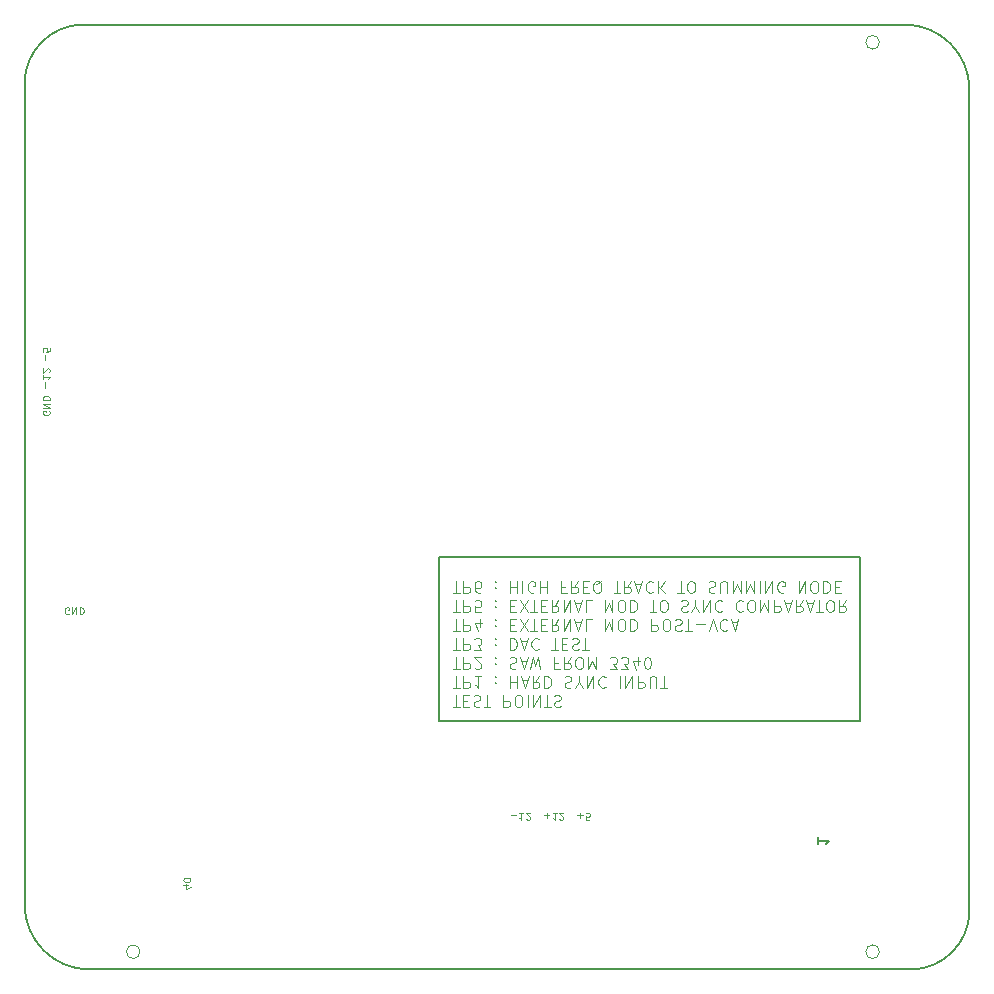
<source format=gbr>
G04 #@! TF.GenerationSoftware,KiCad,Pcbnew,(6.0.7-1)-1*
G04 #@! TF.CreationDate,2023-04-19T22:27:40-07:00*
G04 #@! TF.ProjectId,as3340,61733333-3430-42e6-9b69-6361645f7063,rev?*
G04 #@! TF.SameCoordinates,PX3d83120PY6590fa0*
G04 #@! TF.FileFunction,Legend,Bot*
G04 #@! TF.FilePolarity,Positive*
%FSLAX46Y46*%
G04 Gerber Fmt 4.6, Leading zero omitted, Abs format (unit mm)*
G04 Created by KiCad (PCBNEW (6.0.7-1)-1) date 2023-04-19 22:27:40*
%MOMM*%
%LPD*%
G01*
G04 APERTURE LIST*
%ADD10C,0.150000*%
G04 #@! TA.AperFunction,Profile*
%ADD11C,0.150000*%
G04 #@! TD*
G04 #@! TA.AperFunction,Profile*
%ADD12C,0.050000*%
G04 #@! TD*
%ADD13C,0.090000*%
G04 APERTURE END LIST*
D10*
X35600000Y22500000D02*
X71200000Y22500000D01*
X71200000Y22500000D02*
X71200000Y36400000D01*
X71200000Y36400000D02*
X35600000Y36400000D01*
X35600000Y36400000D02*
X35600000Y22500000D01*
D11*
X500000Y7000000D02*
G75*
G03*
X6000000Y1500000I5500000J0D01*
G01*
X75500000Y1500000D02*
G75*
G03*
X80500000Y6500000I0J5000000D01*
G01*
X75500000Y1500000D02*
X6000000Y1500000D01*
X5500000Y81500000D02*
G75*
G03*
X500000Y76500000I0J-5000000D01*
G01*
X80500000Y76000000D02*
G75*
G03*
X75000000Y81500000I-5500000J0D01*
G01*
X5500000Y81500000D02*
X75000000Y81500000D01*
X80500000Y6500000D02*
X80500000Y76000000D01*
X500000Y76500000D02*
X500000Y7000000D01*
D12*
X10276000Y3000000D02*
G75*
G03*
X10276000Y3000000I-576000J0D01*
G01*
X72876000Y80000000D02*
G75*
G03*
X72876000Y80000000I-576000J0D01*
G01*
X72876000Y3000000D02*
G75*
G03*
X72876000Y3000000I-576000J0D01*
G01*
D13*
X41685714Y14542858D02*
X42142857Y14542858D01*
X42742857Y14771429D02*
X42400000Y14771429D01*
X42571428Y14771429D02*
X42571428Y14171429D01*
X42514285Y14257143D01*
X42457142Y14314286D01*
X42400000Y14342858D01*
X42971428Y14228572D02*
X42999999Y14200000D01*
X43057142Y14171429D01*
X43199999Y14171429D01*
X43257142Y14200000D01*
X43285714Y14228572D01*
X43314285Y14285715D01*
X43314285Y14342858D01*
X43285714Y14428572D01*
X42942857Y14771429D01*
X43314285Y14771429D01*
X44485714Y14542858D02*
X44942857Y14542858D01*
X44714285Y14771429D02*
X44714285Y14314286D01*
X45542857Y14771429D02*
X45199999Y14771429D01*
X45371428Y14771429D02*
X45371428Y14171429D01*
X45314285Y14257143D01*
X45257142Y14314286D01*
X45199999Y14342858D01*
X45771428Y14228572D02*
X45799999Y14200000D01*
X45857142Y14171429D01*
X45999999Y14171429D01*
X46057142Y14200000D01*
X46085714Y14228572D01*
X46114285Y14285715D01*
X46114285Y14342858D01*
X46085714Y14428572D01*
X45742857Y14771429D01*
X46114285Y14771429D01*
X47285714Y14542858D02*
X47742857Y14542858D01*
X47514285Y14771429D02*
X47514285Y14314286D01*
X48314285Y14171429D02*
X48028571Y14171429D01*
X47999999Y14457143D01*
X48028571Y14428572D01*
X48085714Y14400000D01*
X48228571Y14400000D01*
X48285714Y14428572D01*
X48314285Y14457143D01*
X48342857Y14514286D01*
X48342857Y14657143D01*
X48314285Y14714286D01*
X48285714Y14742858D01*
X48228571Y14771429D01*
X48085714Y14771429D01*
X48028571Y14742858D01*
X47999999Y14714286D01*
X36753738Y23722381D02*
X37325166Y23722381D01*
X37039452Y24722381D02*
X37039452Y23722381D01*
X37658500Y24198572D02*
X37991833Y24198572D01*
X38134690Y24722381D02*
X37658500Y24722381D01*
X37658500Y23722381D01*
X38134690Y23722381D01*
X38515642Y24674762D02*
X38658500Y24722381D01*
X38896595Y24722381D01*
X38991833Y24674762D01*
X39039452Y24627143D01*
X39087071Y24531905D01*
X39087071Y24436667D01*
X39039452Y24341429D01*
X38991833Y24293810D01*
X38896595Y24246191D01*
X38706119Y24198572D01*
X38610880Y24150953D01*
X38563261Y24103334D01*
X38515642Y24008096D01*
X38515642Y23912858D01*
X38563261Y23817620D01*
X38610880Y23770000D01*
X38706119Y23722381D01*
X38944214Y23722381D01*
X39087071Y23770000D01*
X39372785Y23722381D02*
X39944214Y23722381D01*
X39658500Y24722381D02*
X39658500Y23722381D01*
X41039452Y24722381D02*
X41039452Y23722381D01*
X41420404Y23722381D01*
X41515642Y23770000D01*
X41563261Y23817620D01*
X41610880Y23912858D01*
X41610880Y24055715D01*
X41563261Y24150953D01*
X41515642Y24198572D01*
X41420404Y24246191D01*
X41039452Y24246191D01*
X42229928Y23722381D02*
X42420404Y23722381D01*
X42515642Y23770000D01*
X42610880Y23865239D01*
X42658500Y24055715D01*
X42658500Y24389048D01*
X42610880Y24579524D01*
X42515642Y24674762D01*
X42420404Y24722381D01*
X42229928Y24722381D01*
X42134690Y24674762D01*
X42039452Y24579524D01*
X41991833Y24389048D01*
X41991833Y24055715D01*
X42039452Y23865239D01*
X42134690Y23770000D01*
X42229928Y23722381D01*
X43087071Y24722381D02*
X43087071Y23722381D01*
X43563261Y24722381D02*
X43563261Y23722381D01*
X44134690Y24722381D01*
X44134690Y23722381D01*
X44468023Y23722381D02*
X45039452Y23722381D01*
X44753738Y24722381D02*
X44753738Y23722381D01*
X45325166Y24674762D02*
X45468023Y24722381D01*
X45706119Y24722381D01*
X45801357Y24674762D01*
X45848976Y24627143D01*
X45896595Y24531905D01*
X45896595Y24436667D01*
X45848976Y24341429D01*
X45801357Y24293810D01*
X45706119Y24246191D01*
X45515642Y24198572D01*
X45420404Y24150953D01*
X45372785Y24103334D01*
X45325166Y24008096D01*
X45325166Y23912858D01*
X45372785Y23817620D01*
X45420404Y23770000D01*
X45515642Y23722381D01*
X45753738Y23722381D01*
X45896595Y23770000D01*
X36753738Y25332381D02*
X37325166Y25332381D01*
X37039452Y26332381D02*
X37039452Y25332381D01*
X37658500Y26332381D02*
X37658500Y25332381D01*
X38039452Y25332381D01*
X38134690Y25380000D01*
X38182309Y25427620D01*
X38229928Y25522858D01*
X38229928Y25665715D01*
X38182309Y25760953D01*
X38134690Y25808572D01*
X38039452Y25856191D01*
X37658500Y25856191D01*
X39182309Y26332381D02*
X38610880Y26332381D01*
X38896595Y26332381D02*
X38896595Y25332381D01*
X38801357Y25475239D01*
X38706119Y25570477D01*
X38610880Y25618096D01*
X40372785Y26237143D02*
X40420404Y26284762D01*
X40372785Y26332381D01*
X40325166Y26284762D01*
X40372785Y26237143D01*
X40372785Y26332381D01*
X40372785Y25713334D02*
X40420404Y25760953D01*
X40372785Y25808572D01*
X40325166Y25760953D01*
X40372785Y25713334D01*
X40372785Y25808572D01*
X41610880Y26332381D02*
X41610880Y25332381D01*
X41610880Y25808572D02*
X42182309Y25808572D01*
X42182309Y26332381D02*
X42182309Y25332381D01*
X42610880Y26046667D02*
X43087071Y26046667D01*
X42515642Y26332381D02*
X42848976Y25332381D01*
X43182309Y26332381D01*
X44087071Y26332381D02*
X43753738Y25856191D01*
X43515642Y26332381D02*
X43515642Y25332381D01*
X43896595Y25332381D01*
X43991833Y25380000D01*
X44039452Y25427620D01*
X44087071Y25522858D01*
X44087071Y25665715D01*
X44039452Y25760953D01*
X43991833Y25808572D01*
X43896595Y25856191D01*
X43515642Y25856191D01*
X44515642Y26332381D02*
X44515642Y25332381D01*
X44753738Y25332381D01*
X44896595Y25380000D01*
X44991833Y25475239D01*
X45039452Y25570477D01*
X45087071Y25760953D01*
X45087071Y25903810D01*
X45039452Y26094286D01*
X44991833Y26189524D01*
X44896595Y26284762D01*
X44753738Y26332381D01*
X44515642Y26332381D01*
X46229928Y26284762D02*
X46372785Y26332381D01*
X46610880Y26332381D01*
X46706119Y26284762D01*
X46753738Y26237143D01*
X46801357Y26141905D01*
X46801357Y26046667D01*
X46753738Y25951429D01*
X46706119Y25903810D01*
X46610880Y25856191D01*
X46420404Y25808572D01*
X46325166Y25760953D01*
X46277547Y25713334D01*
X46229928Y25618096D01*
X46229928Y25522858D01*
X46277547Y25427620D01*
X46325166Y25380000D01*
X46420404Y25332381D01*
X46658499Y25332381D01*
X46801357Y25380000D01*
X47420404Y25856191D02*
X47420404Y26332381D01*
X47087071Y25332381D02*
X47420404Y25856191D01*
X47753738Y25332381D01*
X48087071Y26332381D02*
X48087071Y25332381D01*
X48658499Y26332381D01*
X48658499Y25332381D01*
X49706119Y26237143D02*
X49658499Y26284762D01*
X49515642Y26332381D01*
X49420404Y26332381D01*
X49277547Y26284762D01*
X49182309Y26189524D01*
X49134690Y26094286D01*
X49087071Y25903810D01*
X49087071Y25760953D01*
X49134690Y25570477D01*
X49182309Y25475239D01*
X49277547Y25380000D01*
X49420404Y25332381D01*
X49515642Y25332381D01*
X49658499Y25380000D01*
X49706119Y25427620D01*
X50896595Y26332381D02*
X50896595Y25332381D01*
X51372785Y26332381D02*
X51372785Y25332381D01*
X51944214Y26332381D01*
X51944214Y25332381D01*
X52420404Y26332381D02*
X52420404Y25332381D01*
X52801357Y25332381D01*
X52896595Y25380000D01*
X52944214Y25427620D01*
X52991833Y25522858D01*
X52991833Y25665715D01*
X52944214Y25760953D01*
X52896595Y25808572D01*
X52801357Y25856191D01*
X52420404Y25856191D01*
X53420404Y25332381D02*
X53420404Y26141905D01*
X53468023Y26237143D01*
X53515642Y26284762D01*
X53610880Y26332381D01*
X53801357Y26332381D01*
X53896595Y26284762D01*
X53944214Y26237143D01*
X53991833Y26141905D01*
X53991833Y25332381D01*
X54325166Y25332381D02*
X54896595Y25332381D01*
X54610880Y26332381D02*
X54610880Y25332381D01*
X36753738Y26942381D02*
X37325166Y26942381D01*
X37039452Y27942381D02*
X37039452Y26942381D01*
X37658500Y27942381D02*
X37658500Y26942381D01*
X38039452Y26942381D01*
X38134690Y26990000D01*
X38182309Y27037620D01*
X38229928Y27132858D01*
X38229928Y27275715D01*
X38182309Y27370953D01*
X38134690Y27418572D01*
X38039452Y27466191D01*
X37658500Y27466191D01*
X38610880Y27037620D02*
X38658500Y26990000D01*
X38753738Y26942381D01*
X38991833Y26942381D01*
X39087071Y26990000D01*
X39134690Y27037620D01*
X39182309Y27132858D01*
X39182309Y27228096D01*
X39134690Y27370953D01*
X38563261Y27942381D01*
X39182309Y27942381D01*
X40372785Y27847143D02*
X40420404Y27894762D01*
X40372785Y27942381D01*
X40325166Y27894762D01*
X40372785Y27847143D01*
X40372785Y27942381D01*
X40372785Y27323334D02*
X40420404Y27370953D01*
X40372785Y27418572D01*
X40325166Y27370953D01*
X40372785Y27323334D01*
X40372785Y27418572D01*
X41563261Y27894762D02*
X41706119Y27942381D01*
X41944214Y27942381D01*
X42039452Y27894762D01*
X42087071Y27847143D01*
X42134690Y27751905D01*
X42134690Y27656667D01*
X42087071Y27561429D01*
X42039452Y27513810D01*
X41944214Y27466191D01*
X41753738Y27418572D01*
X41658500Y27370953D01*
X41610880Y27323334D01*
X41563261Y27228096D01*
X41563261Y27132858D01*
X41610880Y27037620D01*
X41658500Y26990000D01*
X41753738Y26942381D01*
X41991833Y26942381D01*
X42134690Y26990000D01*
X42515642Y27656667D02*
X42991833Y27656667D01*
X42420404Y27942381D02*
X42753738Y26942381D01*
X43087071Y27942381D01*
X43325166Y26942381D02*
X43563261Y27942381D01*
X43753738Y27228096D01*
X43944214Y27942381D01*
X44182309Y26942381D01*
X45658499Y27418572D02*
X45325166Y27418572D01*
X45325166Y27942381D02*
X45325166Y26942381D01*
X45801357Y26942381D01*
X46753738Y27942381D02*
X46420404Y27466191D01*
X46182309Y27942381D02*
X46182309Y26942381D01*
X46563261Y26942381D01*
X46658499Y26990000D01*
X46706119Y27037620D01*
X46753738Y27132858D01*
X46753738Y27275715D01*
X46706119Y27370953D01*
X46658499Y27418572D01*
X46563261Y27466191D01*
X46182309Y27466191D01*
X47372785Y26942381D02*
X47563261Y26942381D01*
X47658499Y26990000D01*
X47753738Y27085239D01*
X47801357Y27275715D01*
X47801357Y27609048D01*
X47753738Y27799524D01*
X47658499Y27894762D01*
X47563261Y27942381D01*
X47372785Y27942381D01*
X47277547Y27894762D01*
X47182309Y27799524D01*
X47134690Y27609048D01*
X47134690Y27275715D01*
X47182309Y27085239D01*
X47277547Y26990000D01*
X47372785Y26942381D01*
X48229928Y27942381D02*
X48229928Y26942381D01*
X48563261Y27656667D01*
X48896595Y26942381D01*
X48896595Y27942381D01*
X50039452Y26942381D02*
X50658499Y26942381D01*
X50325166Y27323334D01*
X50468023Y27323334D01*
X50563261Y27370953D01*
X50610880Y27418572D01*
X50658499Y27513810D01*
X50658499Y27751905D01*
X50610880Y27847143D01*
X50563261Y27894762D01*
X50468023Y27942381D01*
X50182309Y27942381D01*
X50087071Y27894762D01*
X50039452Y27847143D01*
X50991833Y26942381D02*
X51610880Y26942381D01*
X51277547Y27323334D01*
X51420404Y27323334D01*
X51515642Y27370953D01*
X51563261Y27418572D01*
X51610880Y27513810D01*
X51610880Y27751905D01*
X51563261Y27847143D01*
X51515642Y27894762D01*
X51420404Y27942381D01*
X51134690Y27942381D01*
X51039452Y27894762D01*
X50991833Y27847143D01*
X52468023Y27275715D02*
X52468023Y27942381D01*
X52229928Y26894762D02*
X51991833Y27609048D01*
X52610880Y27609048D01*
X53182309Y26942381D02*
X53277547Y26942381D01*
X53372785Y26990000D01*
X53420404Y27037620D01*
X53468023Y27132858D01*
X53515642Y27323334D01*
X53515642Y27561429D01*
X53468023Y27751905D01*
X53420404Y27847143D01*
X53372785Y27894762D01*
X53277547Y27942381D01*
X53182309Y27942381D01*
X53087071Y27894762D01*
X53039452Y27847143D01*
X52991833Y27751905D01*
X52944214Y27561429D01*
X52944214Y27323334D01*
X52991833Y27132858D01*
X53039452Y27037620D01*
X53087071Y26990000D01*
X53182309Y26942381D01*
X36753738Y28552381D02*
X37325166Y28552381D01*
X37039452Y29552381D02*
X37039452Y28552381D01*
X37658500Y29552381D02*
X37658500Y28552381D01*
X38039452Y28552381D01*
X38134690Y28600000D01*
X38182309Y28647620D01*
X38229928Y28742858D01*
X38229928Y28885715D01*
X38182309Y28980953D01*
X38134690Y29028572D01*
X38039452Y29076191D01*
X37658500Y29076191D01*
X38563261Y28552381D02*
X39182309Y28552381D01*
X38848976Y28933334D01*
X38991833Y28933334D01*
X39087071Y28980953D01*
X39134690Y29028572D01*
X39182309Y29123810D01*
X39182309Y29361905D01*
X39134690Y29457143D01*
X39087071Y29504762D01*
X38991833Y29552381D01*
X38706119Y29552381D01*
X38610880Y29504762D01*
X38563261Y29457143D01*
X40372785Y29457143D02*
X40420404Y29504762D01*
X40372785Y29552381D01*
X40325166Y29504762D01*
X40372785Y29457143D01*
X40372785Y29552381D01*
X40372785Y28933334D02*
X40420404Y28980953D01*
X40372785Y29028572D01*
X40325166Y28980953D01*
X40372785Y28933334D01*
X40372785Y29028572D01*
X41610880Y29552381D02*
X41610880Y28552381D01*
X41848976Y28552381D01*
X41991833Y28600000D01*
X42087071Y28695239D01*
X42134690Y28790477D01*
X42182309Y28980953D01*
X42182309Y29123810D01*
X42134690Y29314286D01*
X42087071Y29409524D01*
X41991833Y29504762D01*
X41848976Y29552381D01*
X41610880Y29552381D01*
X42563261Y29266667D02*
X43039452Y29266667D01*
X42468023Y29552381D02*
X42801357Y28552381D01*
X43134690Y29552381D01*
X44039452Y29457143D02*
X43991833Y29504762D01*
X43848976Y29552381D01*
X43753738Y29552381D01*
X43610880Y29504762D01*
X43515642Y29409524D01*
X43468023Y29314286D01*
X43420404Y29123810D01*
X43420404Y28980953D01*
X43468023Y28790477D01*
X43515642Y28695239D01*
X43610880Y28600000D01*
X43753738Y28552381D01*
X43848976Y28552381D01*
X43991833Y28600000D01*
X44039452Y28647620D01*
X45087071Y28552381D02*
X45658500Y28552381D01*
X45372785Y29552381D02*
X45372785Y28552381D01*
X45991833Y29028572D02*
X46325166Y29028572D01*
X46468023Y29552381D02*
X45991833Y29552381D01*
X45991833Y28552381D01*
X46468023Y28552381D01*
X46848976Y29504762D02*
X46991833Y29552381D01*
X47229928Y29552381D01*
X47325166Y29504762D01*
X47372785Y29457143D01*
X47420404Y29361905D01*
X47420404Y29266667D01*
X47372785Y29171429D01*
X47325166Y29123810D01*
X47229928Y29076191D01*
X47039452Y29028572D01*
X46944214Y28980953D01*
X46896595Y28933334D01*
X46848976Y28838096D01*
X46848976Y28742858D01*
X46896595Y28647620D01*
X46944214Y28600000D01*
X47039452Y28552381D01*
X47277547Y28552381D01*
X47420404Y28600000D01*
X47706119Y28552381D02*
X48277547Y28552381D01*
X47991833Y29552381D02*
X47991833Y28552381D01*
X36753738Y30162381D02*
X37325166Y30162381D01*
X37039452Y31162381D02*
X37039452Y30162381D01*
X37658500Y31162381D02*
X37658500Y30162381D01*
X38039452Y30162381D01*
X38134690Y30210000D01*
X38182309Y30257620D01*
X38229928Y30352858D01*
X38229928Y30495715D01*
X38182309Y30590953D01*
X38134690Y30638572D01*
X38039452Y30686191D01*
X37658500Y30686191D01*
X39087071Y30495715D02*
X39087071Y31162381D01*
X38848976Y30114762D02*
X38610880Y30829048D01*
X39229928Y30829048D01*
X40372785Y31067143D02*
X40420404Y31114762D01*
X40372785Y31162381D01*
X40325166Y31114762D01*
X40372785Y31067143D01*
X40372785Y31162381D01*
X40372785Y30543334D02*
X40420404Y30590953D01*
X40372785Y30638572D01*
X40325166Y30590953D01*
X40372785Y30543334D01*
X40372785Y30638572D01*
X41610880Y30638572D02*
X41944214Y30638572D01*
X42087071Y31162381D02*
X41610880Y31162381D01*
X41610880Y30162381D01*
X42087071Y30162381D01*
X42420404Y30162381D02*
X43087071Y31162381D01*
X43087071Y30162381D02*
X42420404Y31162381D01*
X43325166Y30162381D02*
X43896595Y30162381D01*
X43610880Y31162381D02*
X43610880Y30162381D01*
X44229928Y30638572D02*
X44563261Y30638572D01*
X44706119Y31162381D02*
X44229928Y31162381D01*
X44229928Y30162381D01*
X44706119Y30162381D01*
X45706119Y31162381D02*
X45372785Y30686191D01*
X45134690Y31162381D02*
X45134690Y30162381D01*
X45515642Y30162381D01*
X45610880Y30210000D01*
X45658500Y30257620D01*
X45706119Y30352858D01*
X45706119Y30495715D01*
X45658500Y30590953D01*
X45610880Y30638572D01*
X45515642Y30686191D01*
X45134690Y30686191D01*
X46134690Y31162381D02*
X46134690Y30162381D01*
X46706119Y31162381D01*
X46706119Y30162381D01*
X47134690Y30876667D02*
X47610880Y30876667D01*
X47039452Y31162381D02*
X47372785Y30162381D01*
X47706119Y31162381D01*
X48515642Y31162381D02*
X48039452Y31162381D01*
X48039452Y30162381D01*
X49610880Y31162381D02*
X49610880Y30162381D01*
X49944214Y30876667D01*
X50277547Y30162381D01*
X50277547Y31162381D01*
X50944214Y30162381D02*
X51134690Y30162381D01*
X51229928Y30210000D01*
X51325166Y30305239D01*
X51372785Y30495715D01*
X51372785Y30829048D01*
X51325166Y31019524D01*
X51229928Y31114762D01*
X51134690Y31162381D01*
X50944214Y31162381D01*
X50848976Y31114762D01*
X50753738Y31019524D01*
X50706119Y30829048D01*
X50706119Y30495715D01*
X50753738Y30305239D01*
X50848976Y30210000D01*
X50944214Y30162381D01*
X51801357Y31162381D02*
X51801357Y30162381D01*
X52039452Y30162381D01*
X52182309Y30210000D01*
X52277547Y30305239D01*
X52325166Y30400477D01*
X52372785Y30590953D01*
X52372785Y30733810D01*
X52325166Y30924286D01*
X52277547Y31019524D01*
X52182309Y31114762D01*
X52039452Y31162381D01*
X51801357Y31162381D01*
X53563261Y31162381D02*
X53563261Y30162381D01*
X53944214Y30162381D01*
X54039452Y30210000D01*
X54087071Y30257620D01*
X54134690Y30352858D01*
X54134690Y30495715D01*
X54087071Y30590953D01*
X54039452Y30638572D01*
X53944214Y30686191D01*
X53563261Y30686191D01*
X54753738Y30162381D02*
X54944214Y30162381D01*
X55039452Y30210000D01*
X55134690Y30305239D01*
X55182309Y30495715D01*
X55182309Y30829048D01*
X55134690Y31019524D01*
X55039452Y31114762D01*
X54944214Y31162381D01*
X54753738Y31162381D01*
X54658500Y31114762D01*
X54563261Y31019524D01*
X54515642Y30829048D01*
X54515642Y30495715D01*
X54563261Y30305239D01*
X54658500Y30210000D01*
X54753738Y30162381D01*
X55563261Y31114762D02*
X55706119Y31162381D01*
X55944214Y31162381D01*
X56039452Y31114762D01*
X56087071Y31067143D01*
X56134690Y30971905D01*
X56134690Y30876667D01*
X56087071Y30781429D01*
X56039452Y30733810D01*
X55944214Y30686191D01*
X55753738Y30638572D01*
X55658500Y30590953D01*
X55610880Y30543334D01*
X55563261Y30448096D01*
X55563261Y30352858D01*
X55610880Y30257620D01*
X55658500Y30210000D01*
X55753738Y30162381D01*
X55991833Y30162381D01*
X56134690Y30210000D01*
X56420404Y30162381D02*
X56991833Y30162381D01*
X56706119Y31162381D02*
X56706119Y30162381D01*
X57325166Y30781429D02*
X58087071Y30781429D01*
X58420404Y30162381D02*
X58753738Y31162381D01*
X59087071Y30162381D01*
X59991833Y31067143D02*
X59944214Y31114762D01*
X59801357Y31162381D01*
X59706119Y31162381D01*
X59563261Y31114762D01*
X59468023Y31019524D01*
X59420404Y30924286D01*
X59372785Y30733810D01*
X59372785Y30590953D01*
X59420404Y30400477D01*
X59468023Y30305239D01*
X59563261Y30210000D01*
X59706119Y30162381D01*
X59801357Y30162381D01*
X59944214Y30210000D01*
X59991833Y30257620D01*
X60372785Y30876667D02*
X60848976Y30876667D01*
X60277547Y31162381D02*
X60610880Y30162381D01*
X60944214Y31162381D01*
X36753738Y31772381D02*
X37325166Y31772381D01*
X37039452Y32772381D02*
X37039452Y31772381D01*
X37658500Y32772381D02*
X37658500Y31772381D01*
X38039452Y31772381D01*
X38134690Y31820000D01*
X38182309Y31867620D01*
X38229928Y31962858D01*
X38229928Y32105715D01*
X38182309Y32200953D01*
X38134690Y32248572D01*
X38039452Y32296191D01*
X37658500Y32296191D01*
X39134690Y31772381D02*
X38658500Y31772381D01*
X38610880Y32248572D01*
X38658500Y32200953D01*
X38753738Y32153334D01*
X38991833Y32153334D01*
X39087071Y32200953D01*
X39134690Y32248572D01*
X39182309Y32343810D01*
X39182309Y32581905D01*
X39134690Y32677143D01*
X39087071Y32724762D01*
X38991833Y32772381D01*
X38753738Y32772381D01*
X38658500Y32724762D01*
X38610880Y32677143D01*
X40372785Y32677143D02*
X40420404Y32724762D01*
X40372785Y32772381D01*
X40325166Y32724762D01*
X40372785Y32677143D01*
X40372785Y32772381D01*
X40372785Y32153334D02*
X40420404Y32200953D01*
X40372785Y32248572D01*
X40325166Y32200953D01*
X40372785Y32153334D01*
X40372785Y32248572D01*
X41610880Y32248572D02*
X41944214Y32248572D01*
X42087071Y32772381D02*
X41610880Y32772381D01*
X41610880Y31772381D01*
X42087071Y31772381D01*
X42420404Y31772381D02*
X43087071Y32772381D01*
X43087071Y31772381D02*
X42420404Y32772381D01*
X43325166Y31772381D02*
X43896595Y31772381D01*
X43610880Y32772381D02*
X43610880Y31772381D01*
X44229928Y32248572D02*
X44563261Y32248572D01*
X44706119Y32772381D02*
X44229928Y32772381D01*
X44229928Y31772381D01*
X44706119Y31772381D01*
X45706119Y32772381D02*
X45372785Y32296191D01*
X45134690Y32772381D02*
X45134690Y31772381D01*
X45515642Y31772381D01*
X45610880Y31820000D01*
X45658499Y31867620D01*
X45706119Y31962858D01*
X45706119Y32105715D01*
X45658499Y32200953D01*
X45610880Y32248572D01*
X45515642Y32296191D01*
X45134690Y32296191D01*
X46134690Y32772381D02*
X46134690Y31772381D01*
X46706119Y32772381D01*
X46706119Y31772381D01*
X47134690Y32486667D02*
X47610880Y32486667D01*
X47039452Y32772381D02*
X47372785Y31772381D01*
X47706119Y32772381D01*
X48515642Y32772381D02*
X48039452Y32772381D01*
X48039452Y31772381D01*
X49610880Y32772381D02*
X49610880Y31772381D01*
X49944214Y32486667D01*
X50277547Y31772381D01*
X50277547Y32772381D01*
X50944214Y31772381D02*
X51134690Y31772381D01*
X51229928Y31820000D01*
X51325166Y31915239D01*
X51372785Y32105715D01*
X51372785Y32439048D01*
X51325166Y32629524D01*
X51229928Y32724762D01*
X51134690Y32772381D01*
X50944214Y32772381D01*
X50848976Y32724762D01*
X50753738Y32629524D01*
X50706119Y32439048D01*
X50706119Y32105715D01*
X50753738Y31915239D01*
X50848976Y31820000D01*
X50944214Y31772381D01*
X51801357Y32772381D02*
X51801357Y31772381D01*
X52039452Y31772381D01*
X52182309Y31820000D01*
X52277547Y31915239D01*
X52325166Y32010477D01*
X52372785Y32200953D01*
X52372785Y32343810D01*
X52325166Y32534286D01*
X52277547Y32629524D01*
X52182309Y32724762D01*
X52039452Y32772381D01*
X51801357Y32772381D01*
X53420404Y31772381D02*
X53991833Y31772381D01*
X53706119Y32772381D02*
X53706119Y31772381D01*
X54515642Y31772381D02*
X54706119Y31772381D01*
X54801357Y31820000D01*
X54896595Y31915239D01*
X54944214Y32105715D01*
X54944214Y32439048D01*
X54896595Y32629524D01*
X54801357Y32724762D01*
X54706119Y32772381D01*
X54515642Y32772381D01*
X54420404Y32724762D01*
X54325166Y32629524D01*
X54277547Y32439048D01*
X54277547Y32105715D01*
X54325166Y31915239D01*
X54420404Y31820000D01*
X54515642Y31772381D01*
X56087071Y32724762D02*
X56229928Y32772381D01*
X56468023Y32772381D01*
X56563261Y32724762D01*
X56610880Y32677143D01*
X56658499Y32581905D01*
X56658499Y32486667D01*
X56610880Y32391429D01*
X56563261Y32343810D01*
X56468023Y32296191D01*
X56277547Y32248572D01*
X56182309Y32200953D01*
X56134690Y32153334D01*
X56087071Y32058096D01*
X56087071Y31962858D01*
X56134690Y31867620D01*
X56182309Y31820000D01*
X56277547Y31772381D01*
X56515642Y31772381D01*
X56658499Y31820000D01*
X57277547Y32296191D02*
X57277547Y32772381D01*
X56944214Y31772381D02*
X57277547Y32296191D01*
X57610880Y31772381D01*
X57944214Y32772381D02*
X57944214Y31772381D01*
X58515642Y32772381D01*
X58515642Y31772381D01*
X59563261Y32677143D02*
X59515642Y32724762D01*
X59372785Y32772381D01*
X59277547Y32772381D01*
X59134690Y32724762D01*
X59039452Y32629524D01*
X58991833Y32534286D01*
X58944214Y32343810D01*
X58944214Y32200953D01*
X58991833Y32010477D01*
X59039452Y31915239D01*
X59134690Y31820000D01*
X59277547Y31772381D01*
X59372785Y31772381D01*
X59515642Y31820000D01*
X59563261Y31867620D01*
X61325166Y32677143D02*
X61277547Y32724762D01*
X61134690Y32772381D01*
X61039452Y32772381D01*
X60896595Y32724762D01*
X60801357Y32629524D01*
X60753738Y32534286D01*
X60706119Y32343810D01*
X60706119Y32200953D01*
X60753738Y32010477D01*
X60801357Y31915239D01*
X60896595Y31820000D01*
X61039452Y31772381D01*
X61134690Y31772381D01*
X61277547Y31820000D01*
X61325166Y31867620D01*
X61944214Y31772381D02*
X62134690Y31772381D01*
X62229928Y31820000D01*
X62325166Y31915239D01*
X62372785Y32105715D01*
X62372785Y32439048D01*
X62325166Y32629524D01*
X62229928Y32724762D01*
X62134690Y32772381D01*
X61944214Y32772381D01*
X61848976Y32724762D01*
X61753738Y32629524D01*
X61706119Y32439048D01*
X61706119Y32105715D01*
X61753738Y31915239D01*
X61848976Y31820000D01*
X61944214Y31772381D01*
X62801357Y32772381D02*
X62801357Y31772381D01*
X63134690Y32486667D01*
X63468023Y31772381D01*
X63468023Y32772381D01*
X63944214Y32772381D02*
X63944214Y31772381D01*
X64325166Y31772381D01*
X64420404Y31820000D01*
X64468023Y31867620D01*
X64515642Y31962858D01*
X64515642Y32105715D01*
X64468023Y32200953D01*
X64420404Y32248572D01*
X64325166Y32296191D01*
X63944214Y32296191D01*
X64896595Y32486667D02*
X65372785Y32486667D01*
X64801357Y32772381D02*
X65134690Y31772381D01*
X65468023Y32772381D01*
X66372785Y32772381D02*
X66039452Y32296191D01*
X65801357Y32772381D02*
X65801357Y31772381D01*
X66182309Y31772381D01*
X66277547Y31820000D01*
X66325166Y31867620D01*
X66372785Y31962858D01*
X66372785Y32105715D01*
X66325166Y32200953D01*
X66277547Y32248572D01*
X66182309Y32296191D01*
X65801357Y32296191D01*
X66753738Y32486667D02*
X67229928Y32486667D01*
X66658499Y32772381D02*
X66991833Y31772381D01*
X67325166Y32772381D01*
X67515642Y31772381D02*
X68087071Y31772381D01*
X67801357Y32772381D02*
X67801357Y31772381D01*
X68610880Y31772381D02*
X68801357Y31772381D01*
X68896595Y31820000D01*
X68991833Y31915239D01*
X69039452Y32105715D01*
X69039452Y32439048D01*
X68991833Y32629524D01*
X68896595Y32724762D01*
X68801357Y32772381D01*
X68610880Y32772381D01*
X68515642Y32724762D01*
X68420404Y32629524D01*
X68372785Y32439048D01*
X68372785Y32105715D01*
X68420404Y31915239D01*
X68515642Y31820000D01*
X68610880Y31772381D01*
X70039452Y32772381D02*
X69706119Y32296191D01*
X69468023Y32772381D02*
X69468023Y31772381D01*
X69848976Y31772381D01*
X69944214Y31820000D01*
X69991833Y31867620D01*
X70039452Y31962858D01*
X70039452Y32105715D01*
X69991833Y32200953D01*
X69944214Y32248572D01*
X69848976Y32296191D01*
X69468023Y32296191D01*
X36753738Y33382381D02*
X37325166Y33382381D01*
X37039452Y34382381D02*
X37039452Y33382381D01*
X37658500Y34382381D02*
X37658500Y33382381D01*
X38039452Y33382381D01*
X38134690Y33430000D01*
X38182309Y33477620D01*
X38229928Y33572858D01*
X38229928Y33715715D01*
X38182309Y33810953D01*
X38134690Y33858572D01*
X38039452Y33906191D01*
X37658500Y33906191D01*
X39087071Y33382381D02*
X38896595Y33382381D01*
X38801357Y33430000D01*
X38753738Y33477620D01*
X38658500Y33620477D01*
X38610880Y33810953D01*
X38610880Y34191905D01*
X38658500Y34287143D01*
X38706119Y34334762D01*
X38801357Y34382381D01*
X38991833Y34382381D01*
X39087071Y34334762D01*
X39134690Y34287143D01*
X39182309Y34191905D01*
X39182309Y33953810D01*
X39134690Y33858572D01*
X39087071Y33810953D01*
X38991833Y33763334D01*
X38801357Y33763334D01*
X38706119Y33810953D01*
X38658500Y33858572D01*
X38610880Y33953810D01*
X40372785Y34287143D02*
X40420404Y34334762D01*
X40372785Y34382381D01*
X40325166Y34334762D01*
X40372785Y34287143D01*
X40372785Y34382381D01*
X40372785Y33763334D02*
X40420404Y33810953D01*
X40372785Y33858572D01*
X40325166Y33810953D01*
X40372785Y33763334D01*
X40372785Y33858572D01*
X41610880Y34382381D02*
X41610880Y33382381D01*
X41610880Y33858572D02*
X42182309Y33858572D01*
X42182309Y34382381D02*
X42182309Y33382381D01*
X42658500Y34382381D02*
X42658500Y33382381D01*
X43658500Y33430000D02*
X43563261Y33382381D01*
X43420404Y33382381D01*
X43277547Y33430000D01*
X43182309Y33525239D01*
X43134690Y33620477D01*
X43087071Y33810953D01*
X43087071Y33953810D01*
X43134690Y34144286D01*
X43182309Y34239524D01*
X43277547Y34334762D01*
X43420404Y34382381D01*
X43515642Y34382381D01*
X43658500Y34334762D01*
X43706119Y34287143D01*
X43706119Y33953810D01*
X43515642Y33953810D01*
X44134690Y34382381D02*
X44134690Y33382381D01*
X44134690Y33858572D02*
X44706119Y33858572D01*
X44706119Y34382381D02*
X44706119Y33382381D01*
X46277547Y33858572D02*
X45944214Y33858572D01*
X45944214Y34382381D02*
X45944214Y33382381D01*
X46420404Y33382381D01*
X47372785Y34382381D02*
X47039452Y33906191D01*
X46801357Y34382381D02*
X46801357Y33382381D01*
X47182309Y33382381D01*
X47277547Y33430000D01*
X47325166Y33477620D01*
X47372785Y33572858D01*
X47372785Y33715715D01*
X47325166Y33810953D01*
X47277547Y33858572D01*
X47182309Y33906191D01*
X46801357Y33906191D01*
X47801357Y33858572D02*
X48134690Y33858572D01*
X48277547Y34382381D02*
X47801357Y34382381D01*
X47801357Y33382381D01*
X48277547Y33382381D01*
X49372785Y34477620D02*
X49277547Y34430000D01*
X49182309Y34334762D01*
X49039452Y34191905D01*
X48944214Y34144286D01*
X48848976Y34144286D01*
X48896595Y34382381D02*
X48801357Y34334762D01*
X48706119Y34239524D01*
X48658500Y34049048D01*
X48658500Y33715715D01*
X48706119Y33525239D01*
X48801357Y33430000D01*
X48896595Y33382381D01*
X49087071Y33382381D01*
X49182309Y33430000D01*
X49277547Y33525239D01*
X49325166Y33715715D01*
X49325166Y34049048D01*
X49277547Y34239524D01*
X49182309Y34334762D01*
X49087071Y34382381D01*
X48896595Y34382381D01*
X50372785Y33382381D02*
X50944214Y33382381D01*
X50658500Y34382381D02*
X50658500Y33382381D01*
X51848976Y34382381D02*
X51515642Y33906191D01*
X51277547Y34382381D02*
X51277547Y33382381D01*
X51658500Y33382381D01*
X51753738Y33430000D01*
X51801357Y33477620D01*
X51848976Y33572858D01*
X51848976Y33715715D01*
X51801357Y33810953D01*
X51753738Y33858572D01*
X51658500Y33906191D01*
X51277547Y33906191D01*
X52229928Y34096667D02*
X52706119Y34096667D01*
X52134690Y34382381D02*
X52468023Y33382381D01*
X52801357Y34382381D01*
X53706119Y34287143D02*
X53658500Y34334762D01*
X53515642Y34382381D01*
X53420404Y34382381D01*
X53277547Y34334762D01*
X53182309Y34239524D01*
X53134690Y34144286D01*
X53087071Y33953810D01*
X53087071Y33810953D01*
X53134690Y33620477D01*
X53182309Y33525239D01*
X53277547Y33430000D01*
X53420404Y33382381D01*
X53515642Y33382381D01*
X53658500Y33430000D01*
X53706119Y33477620D01*
X54134690Y34382381D02*
X54134690Y33382381D01*
X54706119Y34382381D02*
X54277547Y33810953D01*
X54706119Y33382381D02*
X54134690Y33953810D01*
X55753738Y33382381D02*
X56325166Y33382381D01*
X56039452Y34382381D02*
X56039452Y33382381D01*
X56848976Y33382381D02*
X57039452Y33382381D01*
X57134690Y33430000D01*
X57229928Y33525239D01*
X57277547Y33715715D01*
X57277547Y34049048D01*
X57229928Y34239524D01*
X57134690Y34334762D01*
X57039452Y34382381D01*
X56848976Y34382381D01*
X56753738Y34334762D01*
X56658500Y34239524D01*
X56610880Y34049048D01*
X56610880Y33715715D01*
X56658500Y33525239D01*
X56753738Y33430000D01*
X56848976Y33382381D01*
X58420404Y34334762D02*
X58563261Y34382381D01*
X58801357Y34382381D01*
X58896595Y34334762D01*
X58944214Y34287143D01*
X58991833Y34191905D01*
X58991833Y34096667D01*
X58944214Y34001429D01*
X58896595Y33953810D01*
X58801357Y33906191D01*
X58610880Y33858572D01*
X58515642Y33810953D01*
X58468023Y33763334D01*
X58420404Y33668096D01*
X58420404Y33572858D01*
X58468023Y33477620D01*
X58515642Y33430000D01*
X58610880Y33382381D01*
X58848976Y33382381D01*
X58991833Y33430000D01*
X59420404Y33382381D02*
X59420404Y34191905D01*
X59468023Y34287143D01*
X59515642Y34334762D01*
X59610880Y34382381D01*
X59801357Y34382381D01*
X59896595Y34334762D01*
X59944214Y34287143D01*
X59991833Y34191905D01*
X59991833Y33382381D01*
X60468023Y34382381D02*
X60468023Y33382381D01*
X60801357Y34096667D01*
X61134690Y33382381D01*
X61134690Y34382381D01*
X61610880Y34382381D02*
X61610880Y33382381D01*
X61944214Y34096667D01*
X62277547Y33382381D01*
X62277547Y34382381D01*
X62753738Y34382381D02*
X62753738Y33382381D01*
X63229928Y34382381D02*
X63229928Y33382381D01*
X63801357Y34382381D01*
X63801357Y33382381D01*
X64801357Y33430000D02*
X64706119Y33382381D01*
X64563261Y33382381D01*
X64420404Y33430000D01*
X64325166Y33525239D01*
X64277547Y33620477D01*
X64229928Y33810953D01*
X64229928Y33953810D01*
X64277547Y34144286D01*
X64325166Y34239524D01*
X64420404Y34334762D01*
X64563261Y34382381D01*
X64658500Y34382381D01*
X64801357Y34334762D01*
X64848976Y34287143D01*
X64848976Y33953810D01*
X64658500Y33953810D01*
X66039452Y34382381D02*
X66039452Y33382381D01*
X66610880Y34382381D01*
X66610880Y33382381D01*
X67277547Y33382381D02*
X67468023Y33382381D01*
X67563261Y33430000D01*
X67658500Y33525239D01*
X67706119Y33715715D01*
X67706119Y34049048D01*
X67658500Y34239524D01*
X67563261Y34334762D01*
X67468023Y34382381D01*
X67277547Y34382381D01*
X67182309Y34334762D01*
X67087071Y34239524D01*
X67039452Y34049048D01*
X67039452Y33715715D01*
X67087071Y33525239D01*
X67182309Y33430000D01*
X67277547Y33382381D01*
X68134690Y34382381D02*
X68134690Y33382381D01*
X68372785Y33382381D01*
X68515642Y33430000D01*
X68610880Y33525239D01*
X68658500Y33620477D01*
X68706119Y33810953D01*
X68706119Y33953810D01*
X68658500Y34144286D01*
X68610880Y34239524D01*
X68515642Y34334762D01*
X68372785Y34382381D01*
X68134690Y34382381D01*
X69134690Y33858572D02*
X69468023Y33858572D01*
X69610880Y34382381D02*
X69134690Y34382381D01*
X69134690Y33382381D01*
X69610880Y33382381D01*
X4242857Y31600000D02*
X4185714Y31571429D01*
X4100000Y31571429D01*
X4014285Y31600000D01*
X3957142Y31657143D01*
X3928571Y31714286D01*
X3900000Y31828572D01*
X3900000Y31914286D01*
X3928571Y32028572D01*
X3957142Y32085715D01*
X4014285Y32142858D01*
X4100000Y32171429D01*
X4157142Y32171429D01*
X4242857Y32142858D01*
X4271428Y32114286D01*
X4271428Y31914286D01*
X4157142Y31914286D01*
X4528571Y32171429D02*
X4528571Y31571429D01*
X4871428Y32171429D01*
X4871428Y31571429D01*
X5157142Y32171429D02*
X5157142Y31571429D01*
X5300000Y31571429D01*
X5385714Y31600000D01*
X5442857Y31657143D01*
X5471428Y31714286D01*
X5500000Y31828572D01*
X5500000Y31914286D01*
X5471428Y32028572D01*
X5442857Y32085715D01*
X5385714Y32142858D01*
X5300000Y32171429D01*
X5157142Y32171429D01*
X14328571Y8628572D02*
X13928571Y8628572D01*
X14557142Y8485715D02*
X14128571Y8342858D01*
X14128571Y8714286D01*
X14528571Y9057143D02*
X14528571Y9114286D01*
X14500000Y9171429D01*
X14471428Y9200000D01*
X14414285Y9228572D01*
X14300000Y9257143D01*
X14157142Y9257143D01*
X14042857Y9228572D01*
X13985714Y9200000D01*
X13957142Y9171429D01*
X13928571Y9114286D01*
X13928571Y9057143D01*
X13957142Y9000000D01*
X13985714Y8971429D01*
X14042857Y8942858D01*
X14157142Y8914286D01*
X14300000Y8914286D01*
X14414285Y8942858D01*
X14471428Y8971429D01*
X14500000Y9000000D01*
X14528571Y9057143D01*
D10*
X67647619Y12685715D02*
X67647619Y12114286D01*
X67647619Y12400000D02*
X68647619Y12400000D01*
X68504761Y12304762D01*
X68409523Y12209524D01*
X68361904Y12114286D01*
D13*
X2600000Y48785715D02*
X2628571Y48728572D01*
X2628571Y48642858D01*
X2600000Y48557143D01*
X2542857Y48500000D01*
X2485714Y48471429D01*
X2371428Y48442858D01*
X2285714Y48442858D01*
X2171428Y48471429D01*
X2114285Y48500000D01*
X2057142Y48557143D01*
X2028571Y48642858D01*
X2028571Y48700000D01*
X2057142Y48785715D01*
X2085714Y48814286D01*
X2285714Y48814286D01*
X2285714Y48700000D01*
X2028571Y49071429D02*
X2628571Y49071429D01*
X2028571Y49414286D01*
X2628571Y49414286D01*
X2028571Y49700000D02*
X2628571Y49700000D01*
X2628571Y49842858D01*
X2600000Y49928572D01*
X2542857Y49985715D01*
X2485714Y50014286D01*
X2371428Y50042858D01*
X2285714Y50042858D01*
X2171428Y50014286D01*
X2114285Y49985715D01*
X2057142Y49928572D01*
X2028571Y49842858D01*
X2028571Y49700000D01*
X2257142Y50757143D02*
X2257142Y51214286D01*
X2028571Y51814286D02*
X2028571Y51471429D01*
X2028571Y51642858D02*
X2628571Y51642858D01*
X2542857Y51585715D01*
X2485714Y51528572D01*
X2457142Y51471429D01*
X2571428Y52042858D02*
X2600000Y52071429D01*
X2628571Y52128572D01*
X2628571Y52271429D01*
X2600000Y52328572D01*
X2571428Y52357143D01*
X2514285Y52385715D01*
X2457142Y52385715D01*
X2371428Y52357143D01*
X2028571Y52014286D01*
X2028571Y52385715D01*
X2257142Y53100000D02*
X2257142Y53557143D01*
X2628571Y54128572D02*
X2628571Y53842858D01*
X2342857Y53814286D01*
X2371428Y53842858D01*
X2400000Y53900000D01*
X2400000Y54042858D01*
X2371428Y54100000D01*
X2342857Y54128572D01*
X2285714Y54157143D01*
X2142857Y54157143D01*
X2085714Y54128572D01*
X2057142Y54100000D01*
X2028571Y54042858D01*
X2028571Y53900000D01*
X2057142Y53842858D01*
X2085714Y53814286D01*
M02*

</source>
